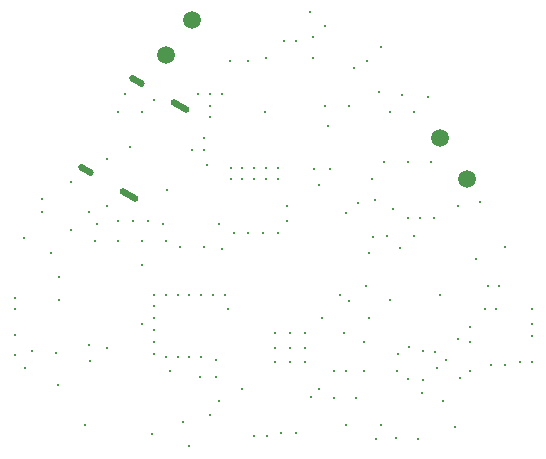
<source format=gbr>
%TF.GenerationSoftware,Altium Limited,Altium Designer,22.7.1 (60)*%
G04 Layer_Color=0*
%FSLAX45Y45*%
%MOMM*%
%TF.SameCoordinates,ACC7CE07-661A-46B9-B338-6EC4A6F7B09F*%
%TF.FilePolarity,Positive*%
%TF.FileFunction,Plated,1,4,PTH,Drill*%
%TF.Part,Single*%
G01*
G75*
%TA.AperFunction,ComponentDrill*%
%ADD109C,1.50000*%
G04:AMPARAMS|DCode=110|XSize=1.75mm|YSize=0.55mm|CornerRadius=0mm|HoleSize=0mm|Usage=FLASHONLY|Rotation=330.000|XOffset=0mm|YOffset=0mm|HoleType=Round|Shape=Round|*
%AMOVALD110*
21,1,1.20000,0.55000,0.00000,0.00000,330.0*
1,1,0.55000,-0.51962,0.30000*
1,1,0.55000,0.51962,-0.30000*
%
%ADD110OVALD110*%

G04:AMPARAMS|DCode=111|XSize=1.45mm|YSize=0.55mm|CornerRadius=0mm|HoleSize=0mm|Usage=FLASHONLY|Rotation=330.000|XOffset=0mm|YOffset=0mm|HoleType=Round|Shape=Round|*
%AMOVALD111*
21,1,0.90000,0.55000,0.00000,0.00000,330.0*
1,1,0.55000,-0.38971,0.22500*
1,1,0.55000,0.38971,-0.22500*
%
%ADD111OVALD111*%

%TA.AperFunction,ViaDrill,NotFilled*%
%ADD112C,0.30000*%
D109*
X1925000Y4275000D02*
D03*
X1700000Y3975000D02*
D03*
X4250000Y2925000D02*
D03*
X4025000Y3275000D02*
D03*
D110*
X1823115Y3544556D02*
D03*
X1390615Y2795444D02*
D03*
D111*
X1026884Y3005444D02*
D03*
X1459384Y3754556D02*
D03*
D112*
X1050067Y1521031D02*
D03*
X1013246Y841679D02*
D03*
X3480457Y726090D02*
D03*
X3649555Y734475D02*
D03*
X3832627Y730282D02*
D03*
X568466Y1472614D02*
D03*
X423325Y1438747D02*
D03*
X1586410Y772383D02*
D03*
X1850219Y869016D02*
D03*
X2072475Y933760D02*
D03*
X1992269Y1250717D02*
D03*
X3310085Y1073721D02*
D03*
X3128195D02*
D03*
X3378409Y1300852D02*
D03*
X3752406Y1235518D02*
D03*
X3661730Y1299098D02*
D03*
X3760594Y1507263D02*
D03*
X3665039Y1448797D02*
D03*
X3870978Y1113008D02*
D03*
X3983459Y1462857D02*
D03*
X4075263Y1395038D02*
D03*
X4192679Y1246122D02*
D03*
X4178038Y1574736D02*
D03*
X4362204Y2736293D02*
D03*
X3684760Y2345146D02*
D03*
X3395614Y2022475D02*
D03*
X3600000Y1900000D02*
D03*
X2172523Y2339279D02*
D03*
X3001178Y2879759D02*
D03*
X2052995Y3046483D02*
D03*
X3292977Y3870405D02*
D03*
X3919215Y3624270D02*
D03*
X3600000Y3500000D02*
D03*
X3701122Y3642964D02*
D03*
X3506397Y3664773D02*
D03*
X2549904Y3949851D02*
D03*
X2950260Y4133671D02*
D03*
X2922219Y4340859D02*
D03*
X1355068Y3646079D02*
D03*
X1600000Y3600000D02*
D03*
X1500000Y3500000D02*
D03*
X1300000D02*
D03*
X1400000Y3200000D02*
D03*
X1200000Y3100000D02*
D03*
X654681Y2759055D02*
D03*
X1121384Y2543654D02*
D03*
X1200000Y2700000D02*
D03*
X900000Y2900000D02*
D03*
X1500000Y2200000D02*
D03*
X1700000Y2400000D02*
D03*
X1500000D02*
D03*
X1300000D02*
D03*
X900000Y2500000D02*
D03*
X1100000Y2400000D02*
D03*
X800000Y1900000D02*
D03*
Y2100000D02*
D03*
X1500000Y1700000D02*
D03*
X1200000Y1500000D02*
D03*
X767583Y1451439D02*
D03*
X1058559Y1384377D02*
D03*
X791087Y1181262D02*
D03*
X422116Y1606868D02*
D03*
X511157Y1331123D02*
D03*
X1732500Y1302500D02*
D03*
X2543720Y3497157D02*
D03*
X1901097Y665600D02*
D03*
X650000Y2650000D02*
D03*
X1050000D02*
D03*
X2800000Y775000D02*
D03*
X2675000D02*
D03*
X2557934Y750000D02*
D03*
X2450000D02*
D03*
X425000Y1825000D02*
D03*
Y1925000D02*
D03*
X725000Y2300000D02*
D03*
X4500000Y1825000D02*
D03*
X4425000Y2025000D02*
D03*
X4400000Y1825000D02*
D03*
X500000Y2425000D02*
D03*
X2125000Y1250000D02*
D03*
X3225000Y850000D02*
D03*
X2150000Y1050000D02*
D03*
X1600000Y1950000D02*
D03*
X2400000Y2475000D02*
D03*
X2525000D02*
D03*
X2650000D02*
D03*
X2275000D02*
D03*
X2000000Y1950000D02*
D03*
X2025000Y2350000D02*
D03*
X2200000Y1950000D02*
D03*
X2350000Y1150000D02*
D03*
X1700000Y1950000D02*
D03*
X1600000Y1850000D02*
D03*
X2100000Y1950000D02*
D03*
X1675000Y2550000D02*
D03*
X2725000Y2700000D02*
D03*
X3225000Y1300000D02*
D03*
X3850000Y2600400D02*
D03*
X3975000D02*
D03*
X3800000Y2450000D02*
D03*
X3475000Y2750000D02*
D03*
X2955439Y3015953D02*
D03*
X2950000Y3950000D02*
D03*
X3050000Y4225000D02*
D03*
X3525000Y4050000D02*
D03*
X3400000Y3925000D02*
D03*
X3800000Y3500000D02*
D03*
X3075000Y3375000D02*
D03*
X3050000Y3549600D02*
D03*
X2800000Y4100000D02*
D03*
X2700000D02*
D03*
X3250000Y3550000D02*
D03*
X2650000Y3025000D02*
D03*
Y2925000D02*
D03*
X4175000Y2700000D02*
D03*
X3749200Y3075000D02*
D03*
X3550000D02*
D03*
X3950000D02*
D03*
X3750000Y2600000D02*
D03*
X1712092Y2833227D02*
D03*
X1300000Y2575000D02*
D03*
X1425000D02*
D03*
X1550000D02*
D03*
X2025000Y3275000D02*
D03*
X2075000Y3450000D02*
D03*
Y3550000D02*
D03*
X2175000Y3650000D02*
D03*
X2075000D02*
D03*
X1975000D02*
D03*
X2725000Y2575000D02*
D03*
X2550000Y2925000D02*
D03*
X2450000D02*
D03*
X2350000D02*
D03*
X2250000D02*
D03*
X2550000Y3025000D02*
D03*
X2450000D02*
D03*
X2350000D02*
D03*
X2250000D02*
D03*
X2400000Y3925000D02*
D03*
X2242829Y3925046D02*
D03*
X2025000Y3175000D02*
D03*
X1925000D02*
D03*
X1825000Y2350000D02*
D03*
X3025000Y1750000D02*
D03*
X3254378Y1897082D02*
D03*
X2750000Y1625000D02*
D03*
X2625000D02*
D03*
Y1375000D02*
D03*
X2750000D02*
D03*
X2875000D02*
D03*
Y1500000D02*
D03*
X2625000D02*
D03*
X2750000D02*
D03*
X2875000Y1625000D02*
D03*
X1700000Y1425000D02*
D03*
X3450000Y2925000D02*
D03*
X3575000Y2450000D02*
D03*
X3625000Y2675000D02*
D03*
X4025000Y1950000D02*
D03*
X3875000Y1475000D02*
D03*
Y1225000D02*
D03*
X3125000Y1300000D02*
D03*
X4000000Y1325000D02*
D03*
X4325000Y2250000D02*
D03*
X4575000Y2350000D02*
D03*
X4525000Y2025000D02*
D03*
X4800000Y1600000D02*
D03*
X4575000Y1350000D02*
D03*
X4275000Y1675000D02*
D03*
X4800000Y1825000D02*
D03*
Y1700000D02*
D03*
X4450000Y1350000D02*
D03*
X4800000Y1375000D02*
D03*
X4700000D02*
D03*
X4275000Y1300000D02*
D03*
X4150000Y825000D02*
D03*
X4050000Y1050000D02*
D03*
X4275000Y1550000D02*
D03*
X2932542Y1082542D02*
D03*
X3525000Y850000D02*
D03*
X3000000Y1150000D02*
D03*
X2150000Y2550000D02*
D03*
X3425000Y2300000D02*
D03*
Y1750000D02*
D03*
X3375000Y1550000D02*
D03*
X3212561Y1621757D02*
D03*
X3451371Y2440529D02*
D03*
X3087922Y3013628D02*
D03*
X3224753Y2642147D02*
D03*
X3325000Y2725000D02*
D03*
X3175000Y1950000D02*
D03*
X2225000Y1825000D02*
D03*
X2125000Y1400000D02*
D03*
X2000000Y1425000D02*
D03*
X1900000D02*
D03*
X1800000D02*
D03*
X1600000Y1450000D02*
D03*
Y1550000D02*
D03*
Y1650000D02*
D03*
Y1750000D02*
D03*
X1800000Y1950000D02*
D03*
X1900000D02*
D03*
%TF.MD5,2f5895ebcf55f2dda5dfa0be268965a9*%
M02*

</source>
